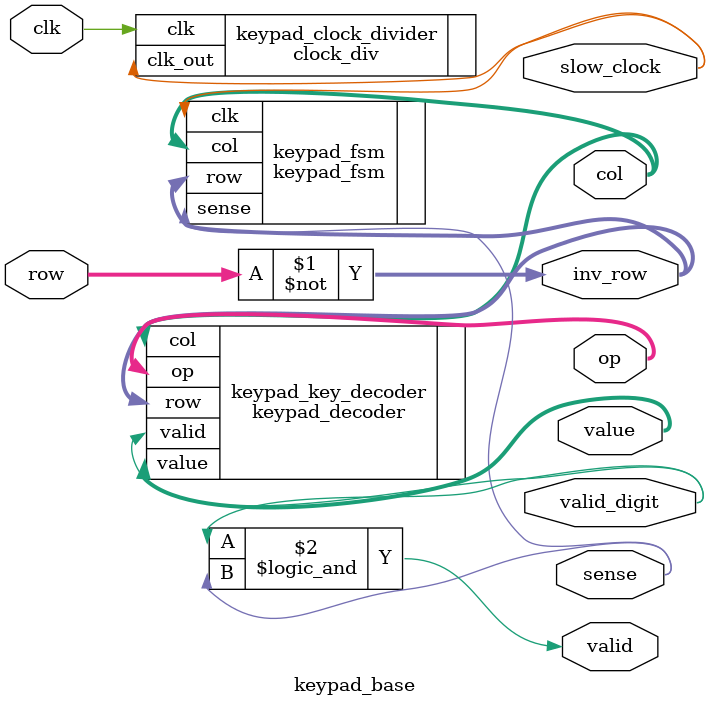
<source format=v>
module keypad_base( 
	input clk,
	input [3:0] row,
	output [3:0] col,
	output [3:0] value,
	output valid,
	output slow_clock,
	output sense,
	output valid_digit,
	output [3:0] inv_row,
	output [2:0]op
);
	assign inv_row = ~row;

	clock_div #(.DIV(100000)) keypad_clock_divider(
		.clk(clk),
		.clk_out(slow_clock)
	);
	
	keypad_fsm keypad_fsm(
		.clk(slow_clock),
		.row(inv_row),
		.col(col),
		.sense(sense)
	);
	
	keypad_decoder #(.BASE(10)) keypad_key_decoder(
		.row(inv_row),
		.col(col),
		.value(value),
		.valid(valid_digit),
		.op(op)
	);

	assign valid = valid_digit && sense;
	
endmodule

</source>
